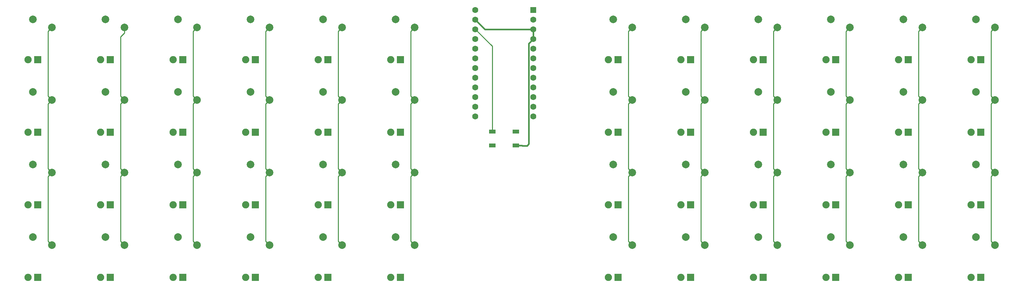
<source format=gtl>
G04 #@! TF.GenerationSoftware,KiCad,Pcbnew,(5.1.5)-3*
G04 #@! TF.CreationDate,2020-01-17T10:26:36-06:00*
G04 #@! TF.ProjectId,starter-ortho,73746172-7465-4722-9d6f-7274686f2e6b,rev?*
G04 #@! TF.SameCoordinates,Original*
G04 #@! TF.FileFunction,Copper,L1,Top*
G04 #@! TF.FilePolarity,Positive*
%FSLAX46Y46*%
G04 Gerber Fmt 4.6, Leading zero omitted, Abs format (unit mm)*
G04 Created by KiCad (PCBNEW (5.1.5)-3) date 2020-01-17 10:26:36*
%MOMM*%
%LPD*%
G04 APERTURE LIST*
%ADD10R,1.905000X1.905000*%
%ADD11C,1.905000*%
%ADD12C,2.000000*%
%ADD13C,1.600000*%
%ADD14R,1.600000X1.600000*%
%ADD15R,1.800000X1.100000*%
%ADD16C,0.254000*%
%ADD17C,0.381000*%
G04 APERTURE END LIST*
D10*
X121729500Y-29909500D03*
D11*
X119189500Y-29909500D03*
D12*
X125459500Y-21409500D03*
X120459500Y-19309500D03*
D10*
X274129500Y-87059500D03*
D11*
X271589500Y-87059500D03*
D12*
X277859500Y-78559500D03*
X272859500Y-76459500D03*
D10*
X274129500Y-68009500D03*
D11*
X271589500Y-68009500D03*
D12*
X277859500Y-59509500D03*
X272859500Y-57409500D03*
D10*
X274129500Y-48959500D03*
D11*
X271589500Y-48959500D03*
D12*
X277859500Y-40459500D03*
X272859500Y-38359500D03*
D10*
X274129500Y-29909500D03*
D11*
X271589500Y-29909500D03*
D12*
X277859500Y-21409500D03*
X272859500Y-19309500D03*
D10*
X255079500Y-87059500D03*
D11*
X252539500Y-87059500D03*
D12*
X258809500Y-78559500D03*
X253809500Y-76459500D03*
D10*
X255079500Y-68009500D03*
D11*
X252539500Y-68009500D03*
D12*
X258809500Y-59509500D03*
X253809500Y-57409500D03*
D10*
X255079500Y-48959500D03*
D11*
X252539500Y-48959500D03*
D12*
X258809500Y-40459500D03*
X253809500Y-38359500D03*
D10*
X255079500Y-29909500D03*
D11*
X252539500Y-29909500D03*
D12*
X258809500Y-21409500D03*
X253809500Y-19309500D03*
D10*
X236029500Y-87059500D03*
D11*
X233489500Y-87059500D03*
D12*
X239759500Y-78559500D03*
X234759500Y-76459500D03*
D10*
X236029500Y-68009500D03*
D11*
X233489500Y-68009500D03*
D12*
X239759500Y-59509500D03*
X234759500Y-57409500D03*
D10*
X236029500Y-48959500D03*
D11*
X233489500Y-48959500D03*
D12*
X239759500Y-40459500D03*
X234759500Y-38359500D03*
D10*
X236029500Y-29909500D03*
D11*
X233489500Y-29909500D03*
D12*
X239759500Y-21409500D03*
X234759500Y-19309500D03*
D10*
X216979500Y-87059500D03*
D11*
X214439500Y-87059500D03*
D12*
X220709500Y-78559500D03*
X215709500Y-76459500D03*
D10*
X216979500Y-68009500D03*
D11*
X214439500Y-68009500D03*
D12*
X220709500Y-59509500D03*
X215709500Y-57409500D03*
D10*
X216979500Y-48959500D03*
D11*
X214439500Y-48959500D03*
D12*
X220709500Y-40459500D03*
X215709500Y-38359500D03*
D10*
X216979500Y-29909500D03*
D11*
X214439500Y-29909500D03*
D12*
X220709500Y-21409500D03*
X215709500Y-19309500D03*
D10*
X197929500Y-87059500D03*
D11*
X195389500Y-87059500D03*
D12*
X201659500Y-78559500D03*
X196659500Y-76459500D03*
D10*
X197929500Y-68009500D03*
D11*
X195389500Y-68009500D03*
D12*
X201659500Y-59509500D03*
X196659500Y-57409500D03*
D10*
X197929500Y-48959500D03*
D11*
X195389500Y-48959500D03*
D12*
X201659500Y-40459500D03*
X196659500Y-38359500D03*
D10*
X197929500Y-29909500D03*
D11*
X195389500Y-29909500D03*
D12*
X201659500Y-21409500D03*
X196659500Y-19309500D03*
D10*
X178879500Y-87059500D03*
D11*
X176339500Y-87059500D03*
D12*
X182609500Y-78559500D03*
X177609500Y-76459500D03*
D10*
X178879500Y-68009500D03*
D11*
X176339500Y-68009500D03*
D12*
X182609500Y-59509500D03*
X177609500Y-57409500D03*
D10*
X178879500Y-48959500D03*
D11*
X176339500Y-48959500D03*
D12*
X182609500Y-40459500D03*
X177609500Y-38359500D03*
D10*
X178879500Y-29909500D03*
D11*
X176339500Y-29909500D03*
D12*
X182609500Y-21409500D03*
X177609500Y-19309500D03*
D10*
X121729500Y-87059500D03*
D11*
X119189500Y-87059500D03*
D12*
X125459500Y-78559500D03*
X120459500Y-76459500D03*
D10*
X121729500Y-68009500D03*
D11*
X119189500Y-68009500D03*
D12*
X125459500Y-59509500D03*
X120459500Y-57409500D03*
D10*
X121729500Y-48959500D03*
D11*
X119189500Y-48959500D03*
D12*
X125459500Y-40459500D03*
X120459500Y-38359500D03*
D10*
X102679500Y-87059500D03*
D11*
X100139500Y-87059500D03*
D12*
X106409500Y-78559500D03*
X101409500Y-76459500D03*
D10*
X102679500Y-68009500D03*
D11*
X100139500Y-68009500D03*
D12*
X106409500Y-59509500D03*
X101409500Y-57409500D03*
D10*
X102679500Y-48959500D03*
D11*
X100139500Y-48959500D03*
D12*
X106409500Y-40459500D03*
X101409500Y-38359500D03*
D10*
X102679500Y-29909500D03*
D11*
X100139500Y-29909500D03*
D12*
X106409500Y-21409500D03*
X101409500Y-19309500D03*
D10*
X83629500Y-87059500D03*
D11*
X81089500Y-87059500D03*
D12*
X87359500Y-78559500D03*
X82359500Y-76459500D03*
D10*
X83629500Y-68009500D03*
D11*
X81089500Y-68009500D03*
D12*
X87359500Y-59509500D03*
X82359500Y-57409500D03*
D10*
X83629500Y-48959500D03*
D11*
X81089500Y-48959500D03*
D12*
X87359500Y-40459500D03*
X82359500Y-38359500D03*
D10*
X83629500Y-29909500D03*
D11*
X81089500Y-29909500D03*
D12*
X87359500Y-21409500D03*
X82359500Y-19309500D03*
D10*
X64579500Y-87059500D03*
D11*
X62039500Y-87059500D03*
D12*
X68309500Y-78559500D03*
X63309500Y-76459500D03*
D10*
X64579500Y-68009500D03*
D11*
X62039500Y-68009500D03*
D12*
X68309500Y-59509500D03*
X63309500Y-57409500D03*
D10*
X64579500Y-48959500D03*
D11*
X62039500Y-48959500D03*
D12*
X68309500Y-40459500D03*
X63309500Y-38359500D03*
D10*
X64579500Y-29909500D03*
D11*
X62039500Y-29909500D03*
D12*
X68309500Y-21409500D03*
X63309500Y-19309500D03*
D10*
X45529500Y-87059500D03*
D11*
X42989500Y-87059500D03*
D12*
X49259500Y-78559500D03*
X44259500Y-76459500D03*
D10*
X45529500Y-68009500D03*
D11*
X42989500Y-68009500D03*
D12*
X49259500Y-59509500D03*
X44259500Y-57409500D03*
D10*
X45529500Y-48959500D03*
D11*
X42989500Y-48959500D03*
D12*
X49259500Y-40459500D03*
X44259500Y-38359500D03*
D10*
X45529500Y-29909500D03*
D11*
X42989500Y-29909500D03*
D12*
X49259500Y-21409500D03*
X44259500Y-19309500D03*
D10*
X26479500Y-87059500D03*
D11*
X23939500Y-87059500D03*
D12*
X30209500Y-78559500D03*
X25209500Y-76459500D03*
D10*
X26479500Y-68009500D03*
D11*
X23939500Y-68009500D03*
D12*
X30209500Y-59509500D03*
X25209500Y-57409500D03*
D10*
X26479500Y-48959500D03*
D11*
X23939500Y-48959500D03*
D12*
X30209500Y-40459500D03*
X25209500Y-38359500D03*
D10*
X26479500Y-29909500D03*
D11*
X23939500Y-29909500D03*
D12*
X30209500Y-21409500D03*
X25209500Y-19309500D03*
D13*
X141414500Y-16795750D03*
X141414500Y-19335750D03*
X141414500Y-21875750D03*
X141414500Y-24415750D03*
X141414500Y-26955750D03*
X141414500Y-29495750D03*
X141414500Y-32035750D03*
X141414500Y-34575750D03*
X141414500Y-37115750D03*
X141414500Y-39655750D03*
X141414500Y-42195750D03*
X141414500Y-44735750D03*
X156654500Y-44735750D03*
X156654500Y-42195750D03*
X156654500Y-39655750D03*
X156654500Y-37115750D03*
X156654500Y-34575750D03*
X156654500Y-32035750D03*
X156654500Y-29495750D03*
X156654500Y-26955750D03*
X156654500Y-24415750D03*
X156654500Y-21875750D03*
X156654500Y-19335750D03*
D14*
X156654500Y-16795750D03*
D15*
X152071000Y-48727750D03*
X145871000Y-52427750D03*
X152071000Y-52427750D03*
X145871000Y-48727750D03*
D16*
X29209501Y-39459501D02*
X30209500Y-40459500D01*
X29209501Y-22409499D02*
X29209501Y-39459501D01*
X30209500Y-21409500D02*
X29209501Y-22409499D01*
X29209501Y-77559501D02*
X30209500Y-78559500D01*
X29209501Y-60509499D02*
X29209501Y-77559501D01*
X30209500Y-59509500D02*
X29209501Y-60509499D01*
X29209501Y-58509501D02*
X30209500Y-59509500D01*
X29209501Y-41459499D02*
X29209501Y-58509501D01*
X30209500Y-40459500D02*
X29209501Y-41459499D01*
X48259501Y-23823712D02*
X48259501Y-39459501D01*
X48259501Y-39459501D02*
X49259500Y-40459500D01*
X49259500Y-21409500D02*
X49259500Y-22823713D01*
X49259500Y-22823713D02*
X48259501Y-23823712D01*
X48259501Y-58509501D02*
X49259500Y-59509500D01*
X48259501Y-41459499D02*
X48259501Y-58509501D01*
X49259500Y-40459500D02*
X48259501Y-41459499D01*
X48259501Y-77559501D02*
X49259500Y-78559500D01*
X48259501Y-60509499D02*
X48259501Y-77559501D01*
X49259500Y-59509500D02*
X48259501Y-60509499D01*
X67309501Y-39459501D02*
X68309500Y-40459500D01*
X67309501Y-22409499D02*
X67309501Y-39459501D01*
X68309500Y-21409500D02*
X67309501Y-22409499D01*
X67309501Y-58509501D02*
X68309500Y-59509500D01*
X67309501Y-41459499D02*
X67309501Y-58509501D01*
X68309500Y-40459500D02*
X67309501Y-41459499D01*
X67309501Y-60509499D02*
X67309501Y-77559501D01*
X67309501Y-77559501D02*
X68309500Y-78559500D01*
X68309500Y-59509500D02*
X67309501Y-60509499D01*
X86359501Y-39459501D02*
X87359500Y-40459500D01*
X86359501Y-22409499D02*
X86359501Y-39459501D01*
X87359500Y-21409500D02*
X86359501Y-22409499D01*
X86359501Y-58509501D02*
X87359500Y-59509500D01*
X86359501Y-41459499D02*
X86359501Y-58509501D01*
X87359500Y-40459500D02*
X86359501Y-41459499D01*
X86359501Y-77559501D02*
X87359500Y-78559500D01*
X86359501Y-60509499D02*
X86359501Y-77559501D01*
X87359500Y-59509500D02*
X86359501Y-60509499D01*
X105409501Y-39459501D02*
X106409500Y-40459500D01*
X105409501Y-22409499D02*
X105409501Y-39459501D01*
X106409500Y-21409500D02*
X105409501Y-22409499D01*
X105409501Y-58509501D02*
X106409500Y-59509500D01*
X105409501Y-41459499D02*
X105409501Y-58509501D01*
X106409500Y-40459500D02*
X105409501Y-41459499D01*
X105409501Y-77559501D02*
X106409500Y-78559500D01*
X105409501Y-60509499D02*
X105409501Y-77559501D01*
X106409500Y-59509500D02*
X105409501Y-60509499D01*
X124459501Y-39459501D02*
X125459500Y-40459500D01*
X124459501Y-22409499D02*
X124459501Y-39459501D01*
X125459500Y-21409500D02*
X124459501Y-22409499D01*
X124459501Y-58509501D02*
X125459500Y-59509500D01*
X124459501Y-41459499D02*
X124459501Y-58509501D01*
X125459500Y-40459500D02*
X124459501Y-41459499D01*
X124459501Y-77559501D02*
X125459500Y-78559500D01*
X124459501Y-60509499D02*
X124459501Y-77559501D01*
X125459500Y-59509500D02*
X124459501Y-60509499D01*
X181609501Y-39459501D02*
X182609500Y-40459500D01*
X181609501Y-22409499D02*
X181609501Y-39459501D01*
X182609500Y-21409500D02*
X181609501Y-22409499D01*
X181609501Y-58509501D02*
X182609500Y-59509500D01*
X181609501Y-41459499D02*
X181609501Y-58509501D01*
X182609500Y-40459500D02*
X181609501Y-41459499D01*
X181609501Y-77559501D02*
X182609500Y-78559500D01*
X181609501Y-60509499D02*
X181609501Y-77559501D01*
X182609500Y-59509500D02*
X181609501Y-60509499D01*
X200659501Y-22409499D02*
X200659501Y-39459501D01*
X200659501Y-39459501D02*
X201659500Y-40459500D01*
X201659500Y-21409500D02*
X200659501Y-22409499D01*
X200659501Y-41459499D02*
X200659501Y-58509501D01*
X200659501Y-58509501D02*
X201659500Y-59509500D01*
X201659500Y-40459500D02*
X200659501Y-41459499D01*
X200659501Y-77559501D02*
X201659500Y-78559500D01*
X200659501Y-60509499D02*
X200659501Y-77559501D01*
X201659500Y-59509500D02*
X200659501Y-60509499D01*
X219709501Y-39459501D02*
X220709500Y-40459500D01*
X219709501Y-22409499D02*
X219709501Y-39459501D01*
X220709500Y-21409500D02*
X219709501Y-22409499D01*
X219709501Y-58509501D02*
X220709500Y-59509500D01*
X219709501Y-41459499D02*
X219709501Y-58509501D01*
X220709500Y-40459500D02*
X219709501Y-41459499D01*
X219709501Y-77559501D02*
X220709500Y-78559500D01*
X219709501Y-60509499D02*
X219709501Y-77559501D01*
X220709500Y-59509500D02*
X219709501Y-60509499D01*
X238759501Y-39459501D02*
X239759500Y-40459500D01*
X238759501Y-22409499D02*
X238759501Y-39459501D01*
X239759500Y-21409500D02*
X238759501Y-22409499D01*
X238759501Y-58509501D02*
X239759500Y-59509500D01*
X238759501Y-41459499D02*
X238759501Y-58509501D01*
X239759500Y-40459500D02*
X238759501Y-41459499D01*
X238759501Y-77559501D02*
X239759500Y-78559500D01*
X238759501Y-60509499D02*
X238759501Y-77559501D01*
X239759500Y-59509500D02*
X238759501Y-60509499D01*
X257809501Y-39459501D02*
X258809500Y-40459500D01*
X257809501Y-22409499D02*
X257809501Y-39459501D01*
X258809500Y-21409500D02*
X257809501Y-22409499D01*
X257809501Y-58509501D02*
X258809500Y-59509500D01*
X257809501Y-41459499D02*
X257809501Y-58509501D01*
X258809500Y-40459500D02*
X257809501Y-41459499D01*
X257809501Y-77559501D02*
X258809500Y-78559500D01*
X257809501Y-60509499D02*
X257809501Y-77559501D01*
X258809500Y-59509500D02*
X257809501Y-60509499D01*
X276859501Y-39459501D02*
X277859500Y-40459500D01*
X276859501Y-22409499D02*
X276859501Y-39459501D01*
X277859500Y-21409500D02*
X276859501Y-22409499D01*
X276859501Y-58509501D02*
X277859500Y-59509500D01*
X276859501Y-41459499D02*
X276859501Y-58509501D01*
X277859500Y-40459500D02*
X276859501Y-41459499D01*
X276859501Y-77559501D02*
X277859500Y-78559500D01*
X276859501Y-60509499D02*
X276859501Y-77559501D01*
X277859500Y-59509500D02*
X276859501Y-60509499D01*
D17*
X155003000Y-52459500D02*
X153722000Y-52459500D01*
X155463999Y-51998501D02*
X155003000Y-52459500D01*
X155463999Y-25606251D02*
X155463999Y-51998501D01*
X156654500Y-24415750D02*
X155463999Y-25606251D01*
X156654500Y-21875750D02*
X156654500Y-24415750D01*
X143954500Y-21875750D02*
X156654500Y-21875750D01*
X141414500Y-19335750D02*
X143954500Y-21875750D01*
X153690250Y-52427750D02*
X152071000Y-52427750D01*
X153722000Y-52459500D02*
X153690250Y-52427750D01*
D16*
X145871000Y-26332250D02*
X141414500Y-21875750D01*
X145871000Y-48727750D02*
X145871000Y-26332250D01*
M02*

</source>
